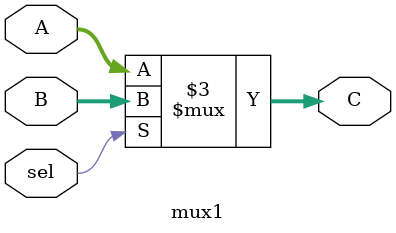
<source format=v>
`timescale 1ns/1ns

module mux1(

	input sel,
	input [4:0] A,
	input [4:0] B,
	output reg [4:0] C

);

always @*
	begin 
		if(sel)
		begin
			C = B;
		end
		else
		begin
			C = A;
		end
	end
endmodule


</source>
